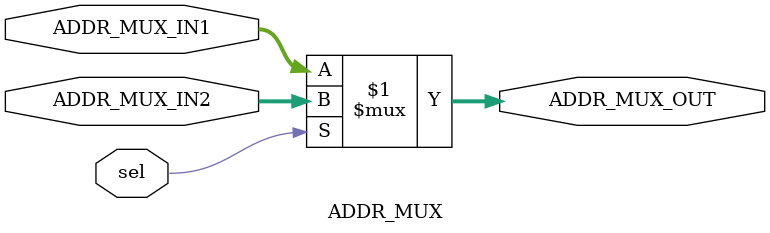
<source format=v>
module ADDR_MUX(ADDR_MUX_IN1, ADDR_MUX_IN2,sel,ADDR_MUX_OUT);
input [7:0] ADDR_MUX_IN1,ADDR_MUX_IN2;
input sel;
output [7:0] ADDR_MUX_OUT;

assign ADDR_MUX_OUT = sel ? ADDR_MUX_IN2:ADDR_MUX_IN1;

endmodule


</source>
